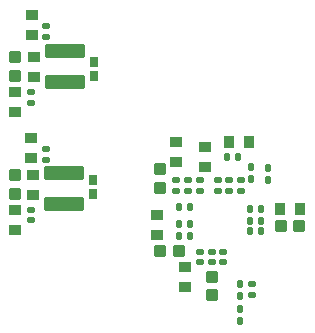
<source format=gbr>
%TF.GenerationSoftware,Altium Limited,Altium Designer,20.1.12 (249)*%
G04 Layer_Color=128*
%FSLAX45Y45*%
%MOMM*%
%TF.SameCoordinates,4EE8302A-A9A8-49E0-93C5-14594FCB678D*%
%TF.FilePolarity,Positive*%
%TF.FileFunction,Paste,Bot*%
%TF.Part,Single*%
G01*
G75*
%TA.AperFunction,SMDPad,CuDef*%
G04:AMPARAMS|DCode=13|XSize=0.9mm|YSize=1mm|CornerRadius=0.09mm|HoleSize=0mm|Usage=FLASHONLY|Rotation=90.000|XOffset=0mm|YOffset=0mm|HoleType=Round|Shape=RoundedRectangle|*
%AMROUNDEDRECTD13*
21,1,0.90000,0.82000,0,0,90.0*
21,1,0.72000,1.00000,0,0,90.0*
1,1,0.18000,0.41000,0.36000*
1,1,0.18000,0.41000,-0.36000*
1,1,0.18000,-0.41000,-0.36000*
1,1,0.18000,-0.41000,0.36000*
%
%ADD13ROUNDEDRECTD13*%
G04:AMPARAMS|DCode=15|XSize=0.5mm|YSize=0.65mm|CornerRadius=0.05mm|HoleSize=0mm|Usage=FLASHONLY|Rotation=180.000|XOffset=0mm|YOffset=0mm|HoleType=Round|Shape=RoundedRectangle|*
%AMROUNDEDRECTD15*
21,1,0.50000,0.55000,0,0,180.0*
21,1,0.40000,0.65000,0,0,180.0*
1,1,0.10000,-0.20000,0.27500*
1,1,0.10000,0.20000,0.27500*
1,1,0.10000,0.20000,-0.27500*
1,1,0.10000,-0.20000,-0.27500*
%
%ADD15ROUNDEDRECTD15*%
G04:AMPARAMS|DCode=27|XSize=0.7mm|YSize=0.85mm|CornerRadius=0.07mm|HoleSize=0mm|Usage=FLASHONLY|Rotation=0.000|XOffset=0mm|YOffset=0mm|HoleType=Round|Shape=RoundedRectangle|*
%AMROUNDEDRECTD27*
21,1,0.70000,0.71000,0,0,0.0*
21,1,0.56000,0.85000,0,0,0.0*
1,1,0.14000,0.28000,-0.35500*
1,1,0.14000,-0.28000,-0.35500*
1,1,0.14000,-0.28000,0.35500*
1,1,0.14000,0.28000,0.35500*
%
%ADD27ROUNDEDRECTD27*%
G04:AMPARAMS|DCode=31|XSize=0.6mm|YSize=0.5mm|CornerRadius=0.05mm|HoleSize=0mm|Usage=FLASHONLY|Rotation=90.000|XOffset=0mm|YOffset=0mm|HoleType=Round|Shape=RoundedRectangle|*
%AMROUNDEDRECTD31*
21,1,0.60000,0.40000,0,0,90.0*
21,1,0.50000,0.50000,0,0,90.0*
1,1,0.10000,0.20000,0.25000*
1,1,0.10000,0.20000,-0.25000*
1,1,0.10000,-0.20000,-0.25000*
1,1,0.10000,-0.20000,0.25000*
%
%ADD31ROUNDEDRECTD31*%
G04:AMPARAMS|DCode=50|XSize=0.5mm|YSize=0.65mm|CornerRadius=0.05mm|HoleSize=0mm|Usage=FLASHONLY|Rotation=90.000|XOffset=0mm|YOffset=0mm|HoleType=Round|Shape=RoundedRectangle|*
%AMROUNDEDRECTD50*
21,1,0.50000,0.55000,0,0,90.0*
21,1,0.40000,0.65000,0,0,90.0*
1,1,0.10000,0.27500,0.20000*
1,1,0.10000,0.27500,-0.20000*
1,1,0.10000,-0.27500,-0.20000*
1,1,0.10000,-0.27500,0.20000*
%
%ADD50ROUNDEDRECTD50*%
G04:AMPARAMS|DCode=52|XSize=0.9mm|YSize=1mm|CornerRadius=0.09mm|HoleSize=0mm|Usage=FLASHONLY|Rotation=0.000|XOffset=0mm|YOffset=0mm|HoleType=Round|Shape=RoundedRectangle|*
%AMROUNDEDRECTD52*
21,1,0.90000,0.82000,0,0,0.0*
21,1,0.72000,1.00000,0,0,0.0*
1,1,0.18000,0.36000,-0.41000*
1,1,0.18000,-0.36000,-0.41000*
1,1,0.18000,-0.36000,0.41000*
1,1,0.18000,0.36000,0.41000*
%
%ADD52ROUNDEDRECTD52*%
G04:AMPARAMS|DCode=71|XSize=3.4mm|YSize=1.2mm|CornerRadius=0.12mm|HoleSize=0mm|Usage=FLASHONLY|Rotation=180.000|XOffset=0mm|YOffset=0mm|HoleType=Round|Shape=RoundedRectangle|*
%AMROUNDEDRECTD71*
21,1,3.40000,0.96000,0,0,180.0*
21,1,3.16000,1.20000,0,0,180.0*
1,1,0.24000,-1.58000,0.48000*
1,1,0.24000,1.58000,0.48000*
1,1,0.24000,1.58000,-0.48000*
1,1,0.24000,-1.58000,-0.48000*
%
%ADD71ROUNDEDRECTD71*%
G04:AMPARAMS|DCode=72|XSize=1mm|YSize=1mm|CornerRadius=0.1mm|HoleSize=0mm|Usage=FLASHONLY|Rotation=180.000|XOffset=0mm|YOffset=0mm|HoleType=Round|Shape=RoundedRectangle|*
%AMROUNDEDRECTD72*
21,1,1.00000,0.80000,0,0,180.0*
21,1,0.80000,1.00000,0,0,180.0*
1,1,0.20000,-0.40000,0.40000*
1,1,0.20000,0.40000,0.40000*
1,1,0.20000,0.40000,-0.40000*
1,1,0.20000,-0.40000,-0.40000*
%
%ADD72ROUNDEDRECTD72*%
G04:AMPARAMS|DCode=73|XSize=1mm|YSize=1mm|CornerRadius=0.1mm|HoleSize=0mm|Usage=FLASHONLY|Rotation=270.000|XOffset=0mm|YOffset=0mm|HoleType=Round|Shape=RoundedRectangle|*
%AMROUNDEDRECTD73*
21,1,1.00000,0.80000,0,0,270.0*
21,1,0.80000,1.00000,0,0,270.0*
1,1,0.20000,-0.40000,-0.40000*
1,1,0.20000,-0.40000,0.40000*
1,1,0.20000,0.40000,0.40000*
1,1,0.20000,0.40000,-0.40000*
%
%ADD73ROUNDEDRECTD73*%
D13*
X357500Y2192500D02*
D03*
Y2362500D02*
D03*
X200000Y1897500D02*
D03*
Y2067500D02*
D03*
X337500Y2720000D02*
D03*
Y2550000D02*
D03*
X197500Y900000D02*
D03*
Y1070000D02*
D03*
X332500Y1675000D02*
D03*
Y1505000D02*
D03*
X347500Y1365000D02*
D03*
Y1195000D02*
D03*
X1562500Y1645000D02*
D03*
Y1475000D02*
D03*
X1400000Y857500D02*
D03*
Y1027500D02*
D03*
X1637500Y417500D02*
D03*
Y587500D02*
D03*
X1805000Y1435000D02*
D03*
Y1605000D02*
D03*
D15*
X2085000Y1515000D02*
D03*
X1995000D02*
D03*
X1677500Y847500D02*
D03*
X1587500D02*
D03*
X1677500Y1097500D02*
D03*
X1587500D02*
D03*
X1677500Y947500D02*
D03*
X1587500D02*
D03*
X2280000Y1075000D02*
D03*
X2190000D02*
D03*
X2280000Y887500D02*
D03*
X2190000D02*
D03*
X2280000Y977500D02*
D03*
X2190000D02*
D03*
D27*
X860000Y1321000D02*
D03*
Y1204000D02*
D03*
X870000Y2204000D02*
D03*
Y2321000D02*
D03*
D31*
X2342500Y1325000D02*
D03*
Y1425000D02*
D03*
X2197500Y1430000D02*
D03*
Y1330000D02*
D03*
X2102500Y440000D02*
D03*
Y340000D02*
D03*
X2102500Y130000D02*
D03*
Y230000D02*
D03*
D50*
X1562500Y1320000D02*
D03*
Y1230000D02*
D03*
X462500Y2625000D02*
D03*
Y2535000D02*
D03*
X332500Y1977500D02*
D03*
Y2067500D02*
D03*
X457500Y1582500D02*
D03*
Y1492500D02*
D03*
X330000Y980000D02*
D03*
Y1070000D02*
D03*
X2207500Y350000D02*
D03*
Y440000D02*
D03*
X1865000Y715000D02*
D03*
Y625000D02*
D03*
X2107500Y1230000D02*
D03*
Y1320000D02*
D03*
X1660000Y1230000D02*
D03*
Y1320000D02*
D03*
X1912500Y1230000D02*
D03*
Y1320000D02*
D03*
X1760000Y715000D02*
D03*
Y625000D02*
D03*
X1762500Y1320000D02*
D03*
Y1230000D02*
D03*
X1960000Y625000D02*
D03*
Y715000D02*
D03*
X2010000Y1320000D02*
D03*
Y1230000D02*
D03*
D52*
X2180000Y1640000D02*
D03*
X2010000D02*
D03*
X2440000Y1075000D02*
D03*
X2610000D02*
D03*
D71*
X620000Y2412500D02*
D03*
Y2152500D02*
D03*
X610000Y1380000D02*
D03*
Y1120000D02*
D03*
D72*
X1422500Y1412500D02*
D03*
Y1252500D02*
D03*
X200000Y2362500D02*
D03*
Y2202500D02*
D03*
X197500Y1365000D02*
D03*
Y1205000D02*
D03*
X1865000Y345000D02*
D03*
Y505000D02*
D03*
D73*
X1587500Y722500D02*
D03*
X1427500D02*
D03*
X2605000Y935000D02*
D03*
X2445000D02*
D03*
%TF.MD5,b75c9eb34d90e31d89bb4741e9fd5e5a*%
M02*

</source>
